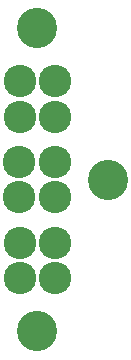
<source format=gbs>
G75*
G70*
%OFA0B0*%
%FSLAX24Y24*%
%IPPOS*%
%LPD*%
%AMOC8*
5,1,8,0,0,1.08239X$1,22.5*
%
%ADD10C,0.1080*%
%ADD11C,0.1340*%
D10*
X001313Y004079D03*
X001313Y005260D03*
X001301Y006772D03*
X001301Y007954D03*
X001307Y009460D03*
X001307Y010641D03*
X002488Y010641D03*
X002488Y009460D03*
X002482Y007954D03*
X002482Y006772D03*
X002494Y005260D03*
X002494Y004079D03*
D11*
X001904Y002307D03*
X004254Y007363D03*
X001898Y012413D03*
M02*

</source>
